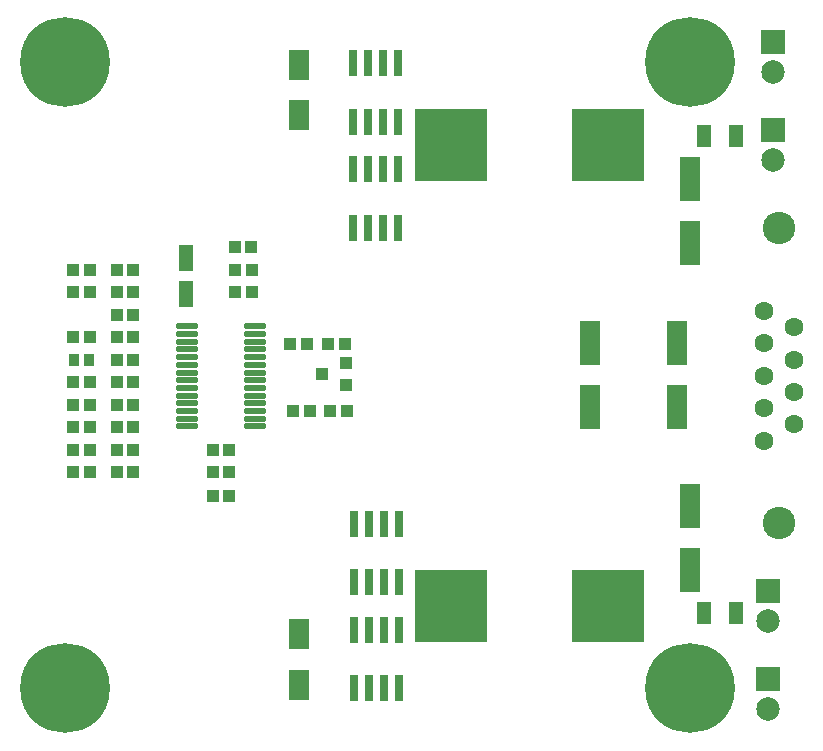
<source format=gts>
G04*
G04 #@! TF.GenerationSoftware,Altium Limited,Altium Designer,20.0.11 (256)*
G04*
G04 Layer_Color=8388736*
%FSLAX25Y25*%
%MOIN*%
G70*
G01*
G75*
%ADD27R,0.05131X0.07493*%
%ADD28R,0.03162X0.08556*%
%ADD29R,0.24422X0.24422*%
%ADD30R,0.03753X0.04147*%
%ADD31R,0.07021X0.14619*%
%ADD32R,0.03950X0.04343*%
%ADD33R,0.06942X0.09973*%
%ADD34R,0.04737X0.08674*%
%ADD35O,0.07493X0.02178*%
%ADD36R,0.04343X0.03950*%
%ADD37C,0.07847*%
%ADD38R,0.07847X0.07847*%
%ADD39C,0.06300*%
%ADD40C,0.10800*%
%ADD41C,0.29934*%
D27*
X223815Y184000D02*
D03*
X213185D02*
D03*
Y25000D02*
D03*
X223815D02*
D03*
D28*
X111041Y153487D02*
D03*
X106041D02*
D03*
X101041D02*
D03*
X96041D02*
D03*
Y172976D02*
D03*
X101041D02*
D03*
X106041D02*
D03*
X111041D02*
D03*
Y208330D02*
D03*
X106041D02*
D03*
X101041D02*
D03*
X96041D02*
D03*
Y188842D02*
D03*
X101041D02*
D03*
X106041D02*
D03*
X111041D02*
D03*
X96500Y-13D02*
D03*
X101500D02*
D03*
X106500D02*
D03*
X111500D02*
D03*
Y19476D02*
D03*
X106500D02*
D03*
X101500D02*
D03*
X96500D02*
D03*
Y35342D02*
D03*
X101500D02*
D03*
X106500D02*
D03*
X111500D02*
D03*
Y54830D02*
D03*
X106500D02*
D03*
X101500D02*
D03*
X96500D02*
D03*
D29*
X128819Y180909D02*
D03*
X181181D02*
D03*
Y27409D02*
D03*
X128819D02*
D03*
D30*
X3256Y109450D02*
D03*
X8177D02*
D03*
D31*
X175000Y93695D02*
D03*
Y114955D02*
D03*
X204161Y93695D02*
D03*
Y114955D02*
D03*
X208661Y39410D02*
D03*
Y60669D02*
D03*
Y169609D02*
D03*
Y148349D02*
D03*
D32*
X2961Y79450D02*
D03*
X8472D02*
D03*
X2961Y131950D02*
D03*
X8472D02*
D03*
X2961Y139450D02*
D03*
X8472D02*
D03*
X2961Y71950D02*
D03*
X8472D02*
D03*
X2961Y101950D02*
D03*
X8472D02*
D03*
X2961Y116950D02*
D03*
X8472D02*
D03*
X17461Y94450D02*
D03*
X22973D02*
D03*
X17461Y124450D02*
D03*
X22973D02*
D03*
X22972Y116950D02*
D03*
X17461D02*
D03*
X22972Y101950D02*
D03*
X17461D02*
D03*
X80756Y114871D02*
D03*
X75244D02*
D03*
X81756Y92371D02*
D03*
X76244D02*
D03*
X62472Y131950D02*
D03*
X56961D02*
D03*
X49406Y79450D02*
D03*
X54917D02*
D03*
X2961Y86950D02*
D03*
X8472D02*
D03*
X17461D02*
D03*
X22973D02*
D03*
X17461Y79450D02*
D03*
X22973D02*
D03*
X17461Y71950D02*
D03*
X22973D02*
D03*
X2961Y94450D02*
D03*
X8472D02*
D03*
X17461Y131950D02*
D03*
X22973D02*
D03*
X17461Y139450D02*
D03*
X22973D02*
D03*
X17461Y109450D02*
D03*
X22973D02*
D03*
X93500Y114871D02*
D03*
X87988D02*
D03*
X94000Y92371D02*
D03*
X88488D02*
D03*
X62256Y147000D02*
D03*
X56744D02*
D03*
X49406Y64000D02*
D03*
X54917D02*
D03*
X56961Y139450D02*
D03*
X62472D02*
D03*
X49406Y71950D02*
D03*
X54917D02*
D03*
D33*
X78161Y207871D02*
D03*
Y191020D02*
D03*
X78000Y1075D02*
D03*
Y17925D02*
D03*
D34*
X40500Y143311D02*
D03*
Y131500D02*
D03*
D35*
X63382Y87316D02*
D03*
Y89875D02*
D03*
Y92434D02*
D03*
Y94993D02*
D03*
Y97552D02*
D03*
Y100111D02*
D03*
Y102671D02*
D03*
Y105229D02*
D03*
Y107789D02*
D03*
Y110348D02*
D03*
Y112907D02*
D03*
Y115466D02*
D03*
Y118025D02*
D03*
Y120584D02*
D03*
X40941Y87316D02*
D03*
Y89875D02*
D03*
Y92434D02*
D03*
Y94993D02*
D03*
Y97552D02*
D03*
Y100111D02*
D03*
Y102671D02*
D03*
Y105229D02*
D03*
Y107789D02*
D03*
Y110348D02*
D03*
Y112907D02*
D03*
Y115466D02*
D03*
Y118025D02*
D03*
Y120584D02*
D03*
D36*
X93681Y101073D02*
D03*
Y108554D02*
D03*
X85807Y104813D02*
D03*
D37*
X234347Y-7050D02*
D03*
Y22450D02*
D03*
X236315Y175950D02*
D03*
Y205450D02*
D03*
D38*
X234347Y2950D02*
D03*
Y32450D02*
D03*
X236315Y185950D02*
D03*
Y215450D02*
D03*
D39*
X233161Y82556D02*
D03*
X243161Y87950D02*
D03*
X233161Y93344D02*
D03*
X243161Y98737D02*
D03*
X233161Y104131D02*
D03*
X243161Y109525D02*
D03*
X233161Y114918D02*
D03*
X243161Y120312D02*
D03*
X233161Y125706D02*
D03*
D40*
X238192Y54931D02*
D03*
Y153331D02*
D03*
D41*
X0Y0D02*
D03*
X208661D02*
D03*
Y208661D02*
D03*
X0D02*
D03*
M02*

</source>
